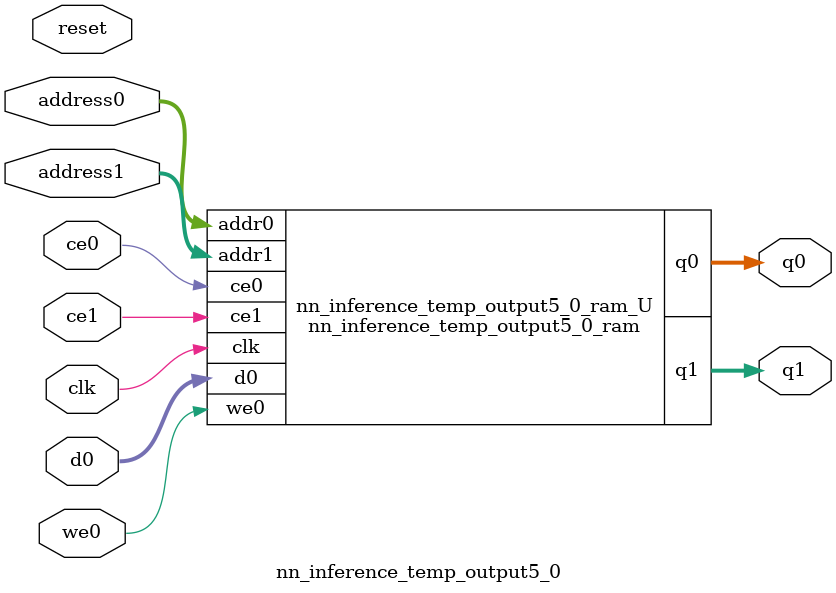
<source format=v>
`timescale 1 ns / 1 ps
module nn_inference_temp_output5_0_ram (addr0, ce0, d0, we0, q0, addr1, ce1, q1,  clk);

parameter DWIDTH = 32;
parameter AWIDTH = 3;
parameter MEM_SIZE = 8;

input[AWIDTH-1:0] addr0;
input ce0;
input[DWIDTH-1:0] d0;
input we0;
output reg[DWIDTH-1:0] q0;
input[AWIDTH-1:0] addr1;
input ce1;
output reg[DWIDTH-1:0] q1;
input clk;

reg [DWIDTH-1:0] ram0[0:MEM_SIZE-1];



always @(posedge clk)  
begin 
    if (ce0) begin
        if (we0) 
            ram0[addr0] <= d0; 
        q0 <= ram0[addr0];
    end
end


always @(posedge clk)  
begin 
    if (ce1) begin
        q1 <= ram0[addr1];
    end
end


endmodule

`timescale 1 ns / 1 ps
module nn_inference_temp_output5_0(
    reset,
    clk,
    address0,
    ce0,
    we0,
    d0,
    q0,
    address1,
    ce1,
    q1);

parameter DataWidth = 32'd32;
parameter AddressRange = 32'd8;
parameter AddressWidth = 32'd3;
input reset;
input clk;
input[AddressWidth - 1:0] address0;
input ce0;
input we0;
input[DataWidth - 1:0] d0;
output[DataWidth - 1:0] q0;
input[AddressWidth - 1:0] address1;
input ce1;
output[DataWidth - 1:0] q1;



nn_inference_temp_output5_0_ram nn_inference_temp_output5_0_ram_U(
    .clk( clk ),
    .addr0( address0 ),
    .ce0( ce0 ),
    .we0( we0 ),
    .d0( d0 ),
    .q0( q0 ),
    .addr1( address1 ),
    .ce1( ce1 ),
    .q1( q1 ));

endmodule


</source>
